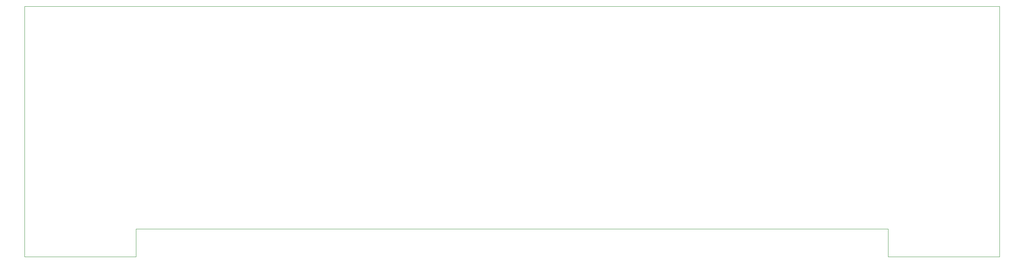
<source format=gm1>
G04 #@! TF.GenerationSoftware,KiCad,Pcbnew,(6.0.1-0)*
G04 #@! TF.CreationDate,2022-02-06T20:22:52-08:00*
G04 #@! TF.ProjectId,led-driver,6c65642d-6472-4697-9665-722e6b696361,rev?*
G04 #@! TF.SameCoordinates,Original*
G04 #@! TF.FileFunction,Profile,NP*
%FSLAX46Y46*%
G04 Gerber Fmt 4.6, Leading zero omitted, Abs format (unit mm)*
G04 Created by KiCad (PCBNEW (6.0.1-0)) date 2022-02-06 20:22:52*
%MOMM*%
%LPD*%
G01*
G04 APERTURE LIST*
G04 #@! TA.AperFunction,Profile*
%ADD10C,0.050000*%
G04 #@! TD*
G04 APERTURE END LIST*
D10*
X50800000Y-82550000D02*
X25400000Y-82550000D01*
X247650000Y-25400000D02*
X247650000Y-82550000D01*
X247650000Y-82550000D02*
X222250000Y-82550000D01*
X222250000Y-76200000D02*
X50800000Y-76200000D01*
X25400000Y-82550000D02*
X25400000Y-25400000D01*
X25400000Y-25400000D02*
X247650000Y-25400000D01*
X222250000Y-82550000D02*
X222250000Y-76200000D01*
X50800000Y-76200000D02*
X50800000Y-82550000D01*
M02*

</source>
